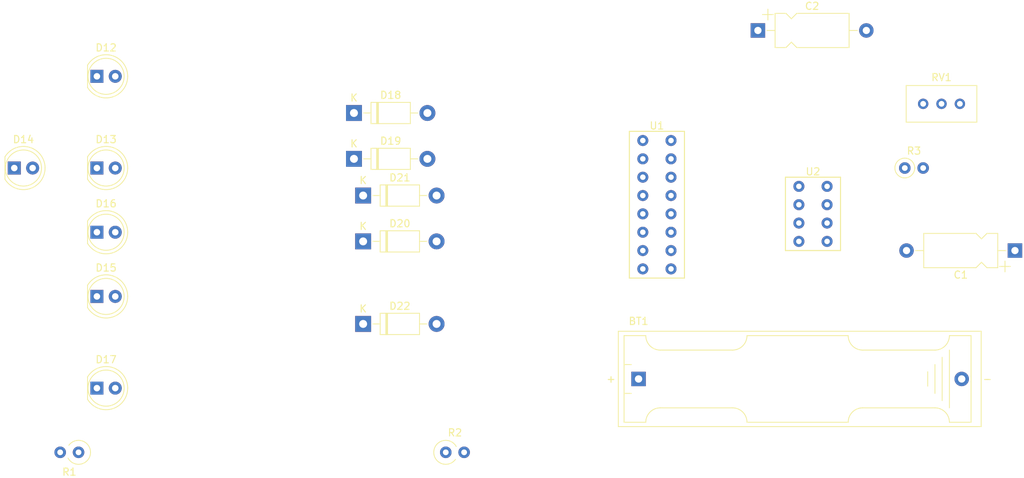
<source format=kicad_pcb>
(kicad_pcb (version 20171130) (host pcbnew "(5.0.0)")

  (general
    (thickness 1.6)
    (drawings 0)
    (tracks 0)
    (zones 0)
    (modules 20)
    (nets 22)
  )

  (page A4)
  (layers
    (0 F.Cu signal)
    (31 B.Cu signal)
    (32 B.Adhes user)
    (33 F.Adhes user)
    (34 B.Paste user)
    (35 F.Paste user)
    (36 B.SilkS user)
    (37 F.SilkS user)
    (38 B.Mask user)
    (39 F.Mask user)
    (40 Dwgs.User user)
    (41 Cmts.User user)
    (42 Eco1.User user)
    (43 Eco2.User user)
    (44 Edge.Cuts user)
    (45 Margin user)
    (46 B.CrtYd user)
    (47 F.CrtYd user)
    (48 B.Fab user)
    (49 F.Fab user)
  )

  (setup
    (last_trace_width 0.25)
    (trace_clearance 0.2)
    (zone_clearance 0.508)
    (zone_45_only no)
    (trace_min 0.2)
    (segment_width 0.2)
    (edge_width 0.15)
    (via_size 0.8)
    (via_drill 0.4)
    (via_min_size 0.4)
    (via_min_drill 0.3)
    (uvia_size 0.3)
    (uvia_drill 0.1)
    (uvias_allowed no)
    (uvia_min_size 0.2)
    (uvia_min_drill 0.1)
    (pcb_text_width 0.3)
    (pcb_text_size 1.5 1.5)
    (mod_edge_width 0.15)
    (mod_text_size 1 1)
    (mod_text_width 0.15)
    (pad_size 1.524 1.524)
    (pad_drill 0.762)
    (pad_to_mask_clearance 0.2)
    (aux_axis_origin 0 0)
    (visible_elements 7FFFFFFF)
    (pcbplotparams
      (layerselection 0x010fc_ffffffff)
      (usegerberextensions false)
      (usegerberattributes false)
      (usegerberadvancedattributes false)
      (creategerberjobfile false)
      (excludeedgelayer true)
      (linewidth 0.100000)
      (plotframeref false)
      (viasonmask false)
      (mode 1)
      (useauxorigin false)
      (hpglpennumber 1)
      (hpglpenspeed 20)
      (hpglpendiameter 15.000000)
      (psnegative false)
      (psa4output false)
      (plotreference true)
      (plotvalue true)
      (plotinvisibletext false)
      (padsonsilk false)
      (subtractmaskfromsilk false)
      (outputformat 1)
      (mirror false)
      (drillshape 1)
      (scaleselection 1)
      (outputdirectory ""))
  )

  (net 0 "")
  (net 1 "Net-(BT1-Pad1)")
  (net 2 "Net-(R2-Pad2)")
  (net 3 "Net-(D14-Pad2)")
  (net 4 "Net-(D12-Pad1)")
  (net 5 "Net-(R3-Pad1)")
  (net 6 "Net-(RV1-Pad2)")
  (net 7 "Net-(D17-Pad2)")
  (net 8 "Net-(D16-Pad2)")
  (net 9 "Net-(D15-Pad2)")
  (net 10 "Net-(D13-Pad2)")
  (net 11 "Net-(D12-Pad2)")
  (net 12 "Net-(D19-Pad2)")
  (net 13 "Net-(D18-Pad2)")
  (net 14 "Net-(D22-Pad2)")
  (net 15 "Net-(D20-Pad2)")
  (net 16 GNDA)
  (net 17 "Net-(D21-Pad2)")
  (net 18 "Net-(U1-Pad12)")
  (net 19 "Net-(U1-Pad14)")
  (net 20 "Net-(C1-Pad1)")
  (net 21 "Net-(C2-Pad1)")

  (net_class Default "This is the default net class."
    (clearance 0.2)
    (trace_width 0.25)
    (via_dia 0.8)
    (via_drill 0.4)
    (uvia_dia 0.3)
    (uvia_drill 0.1)
    (add_net GNDA)
    (add_net "Net-(BT1-Pad1)")
    (add_net "Net-(C1-Pad1)")
    (add_net "Net-(C2-Pad1)")
    (add_net "Net-(D12-Pad1)")
    (add_net "Net-(D12-Pad2)")
    (add_net "Net-(D13-Pad2)")
    (add_net "Net-(D14-Pad2)")
    (add_net "Net-(D15-Pad2)")
    (add_net "Net-(D16-Pad2)")
    (add_net "Net-(D17-Pad2)")
    (add_net "Net-(D18-Pad2)")
    (add_net "Net-(D19-Pad2)")
    (add_net "Net-(D20-Pad2)")
    (add_net "Net-(D21-Pad2)")
    (add_net "Net-(D22-Pad2)")
    (add_net "Net-(R2-Pad2)")
    (add_net "Net-(R3-Pad1)")
    (add_net "Net-(RV1-Pad2)")
    (add_net "Net-(U1-Pad12)")
    (add_net "Net-(U1-Pad14)")
  )

  (module Capacitor_THT:CP_Axial_L10.0mm_D4.5mm_P15.00mm_Horizontal (layer F.Cu) (tedit 5AE50EF2) (tstamp 5BF00E57)
    (at 134.62 73.66)
    (descr "CP, Axial series, Axial, Horizontal, pin pitch=15mm, , length*diameter=10*4.5mm^2, Electrolytic Capacitor, , http://www.vishay.com/docs/28325/021asm.pdf")
    (tags "CP Axial series Axial Horizontal pin pitch 15mm  length 10mm diameter 4.5mm Electrolytic Capacitor")
    (path /5BD90A27)
    (fp_text reference C2 (at 7.5 -3.37) (layer F.SilkS)
      (effects (font (size 1 1) (thickness 0.15)))
    )
    (fp_text value "4.7 uF" (at 7.5 3.37) (layer F.Fab)
      (effects (font (size 1 1) (thickness 0.15)))
    )
    (fp_text user %R (at 7.5 0) (layer F.Fab)
      (effects (font (size 1 1) (thickness 0.15)))
    )
    (fp_line (start 16.25 -2.5) (end -1.25 -2.5) (layer F.CrtYd) (width 0.05))
    (fp_line (start 16.25 2.5) (end 16.25 -2.5) (layer F.CrtYd) (width 0.05))
    (fp_line (start -1.25 2.5) (end 16.25 2.5) (layer F.CrtYd) (width 0.05))
    (fp_line (start -1.25 -2.5) (end -1.25 2.5) (layer F.CrtYd) (width 0.05))
    (fp_line (start 13.76 0) (end 12.62 0) (layer F.SilkS) (width 0.12))
    (fp_line (start 1.24 0) (end 2.38 0) (layer F.SilkS) (width 0.12))
    (fp_line (start 5.38 2.37) (end 12.62 2.37) (layer F.SilkS) (width 0.12))
    (fp_line (start 4.63 1.62) (end 5.38 2.37) (layer F.SilkS) (width 0.12))
    (fp_line (start 3.88 2.37) (end 4.63 1.62) (layer F.SilkS) (width 0.12))
    (fp_line (start 2.38 2.37) (end 3.88 2.37) (layer F.SilkS) (width 0.12))
    (fp_line (start 5.38 -2.37) (end 12.62 -2.37) (layer F.SilkS) (width 0.12))
    (fp_line (start 4.63 -1.62) (end 5.38 -2.37) (layer F.SilkS) (width 0.12))
    (fp_line (start 3.88 -2.37) (end 4.63 -1.62) (layer F.SilkS) (width 0.12))
    (fp_line (start 2.38 -2.37) (end 3.88 -2.37) (layer F.SilkS) (width 0.12))
    (fp_line (start 12.62 -2.37) (end 12.62 2.37) (layer F.SilkS) (width 0.12))
    (fp_line (start 2.38 -2.37) (end 2.38 2.37) (layer F.SilkS) (width 0.12))
    (fp_line (start 1.38 -2.95) (end 1.38 -1.45) (layer F.SilkS) (width 0.12))
    (fp_line (start 0.63 -2.2) (end 2.13 -2.2) (layer F.SilkS) (width 0.12))
    (fp_line (start 4.65 -0.75) (end 4.65 0.75) (layer F.Fab) (width 0.1))
    (fp_line (start 3.9 0) (end 5.4 0) (layer F.Fab) (width 0.1))
    (fp_line (start 15 0) (end 12.5 0) (layer F.Fab) (width 0.1))
    (fp_line (start 0 0) (end 2.5 0) (layer F.Fab) (width 0.1))
    (fp_line (start 5.38 2.25) (end 12.5 2.25) (layer F.Fab) (width 0.1))
    (fp_line (start 4.63 1.5) (end 5.38 2.25) (layer F.Fab) (width 0.1))
    (fp_line (start 3.88 2.25) (end 4.63 1.5) (layer F.Fab) (width 0.1))
    (fp_line (start 2.5 2.25) (end 3.88 2.25) (layer F.Fab) (width 0.1))
    (fp_line (start 5.38 -2.25) (end 12.5 -2.25) (layer F.Fab) (width 0.1))
    (fp_line (start 4.63 -1.5) (end 5.38 -2.25) (layer F.Fab) (width 0.1))
    (fp_line (start 3.88 -2.25) (end 4.63 -1.5) (layer F.Fab) (width 0.1))
    (fp_line (start 2.5 -2.25) (end 3.88 -2.25) (layer F.Fab) (width 0.1))
    (fp_line (start 12.5 -2.25) (end 12.5 2.25) (layer F.Fab) (width 0.1))
    (fp_line (start 2.5 -2.25) (end 2.5 2.25) (layer F.Fab) (width 0.1))
    (pad 2 thru_hole oval (at 15 0) (size 2 2) (drill 1) (layers *.Cu *.Mask)
      (net 16 GNDA))
    (pad 1 thru_hole rect (at 0 0) (size 2 2) (drill 1) (layers *.Cu *.Mask)
      (net 21 "Net-(C2-Pad1)"))
    (model ${KISYS3DMOD}/Capacitor_THT.3dshapes/CP_Axial_L10.0mm_D4.5mm_P15.00mm_Horizontal.wrl
      (at (xyz 0 0 0))
      (scale (xyz 1 1 1))
      (rotate (xyz 0 0 0))
    )
  )

  (module Capacitor_THT:CP_Axial_L10.0mm_D4.5mm_P15.00mm_Horizontal (layer F.Cu) (tedit 5AE50EF2) (tstamp 5BD857F0)
    (at 170.18 104.14 180)
    (descr "CP, Axial series, Axial, Horizontal, pin pitch=15mm, , length*diameter=10*4.5mm^2, Electrolytic Capacitor, , http://www.vishay.com/docs/28325/021asm.pdf")
    (tags "CP Axial series Axial Horizontal pin pitch 15mm  length 10mm diameter 4.5mm Electrolytic Capacitor")
    (path /5BD7ADD2)
    (fp_text reference C1 (at 7.5 -3.37 180) (layer F.SilkS)
      (effects (font (size 1 1) (thickness 0.15)))
    )
    (fp_text value "1 nF" (at 7.5 3.37 180) (layer F.Fab)
      (effects (font (size 1 1) (thickness 0.15)))
    )
    (fp_line (start 2.5 -2.25) (end 2.5 2.25) (layer F.Fab) (width 0.1))
    (fp_line (start 12.5 -2.25) (end 12.5 2.25) (layer F.Fab) (width 0.1))
    (fp_line (start 2.5 -2.25) (end 3.88 -2.25) (layer F.Fab) (width 0.1))
    (fp_line (start 3.88 -2.25) (end 4.63 -1.5) (layer F.Fab) (width 0.1))
    (fp_line (start 4.63 -1.5) (end 5.38 -2.25) (layer F.Fab) (width 0.1))
    (fp_line (start 5.38 -2.25) (end 12.5 -2.25) (layer F.Fab) (width 0.1))
    (fp_line (start 2.5 2.25) (end 3.88 2.25) (layer F.Fab) (width 0.1))
    (fp_line (start 3.88 2.25) (end 4.63 1.5) (layer F.Fab) (width 0.1))
    (fp_line (start 4.63 1.5) (end 5.38 2.25) (layer F.Fab) (width 0.1))
    (fp_line (start 5.38 2.25) (end 12.5 2.25) (layer F.Fab) (width 0.1))
    (fp_line (start 0 0) (end 2.5 0) (layer F.Fab) (width 0.1))
    (fp_line (start 15 0) (end 12.5 0) (layer F.Fab) (width 0.1))
    (fp_line (start 3.9 0) (end 5.4 0) (layer F.Fab) (width 0.1))
    (fp_line (start 4.65 -0.75) (end 4.65 0.75) (layer F.Fab) (width 0.1))
    (fp_line (start 0.63 -2.2) (end 2.13 -2.2) (layer F.SilkS) (width 0.12))
    (fp_line (start 1.38 -2.95) (end 1.38 -1.45) (layer F.SilkS) (width 0.12))
    (fp_line (start 2.38 -2.37) (end 2.38 2.37) (layer F.SilkS) (width 0.12))
    (fp_line (start 12.62 -2.37) (end 12.62 2.37) (layer F.SilkS) (width 0.12))
    (fp_line (start 2.38 -2.37) (end 3.88 -2.37) (layer F.SilkS) (width 0.12))
    (fp_line (start 3.88 -2.37) (end 4.63 -1.62) (layer F.SilkS) (width 0.12))
    (fp_line (start 4.63 -1.62) (end 5.38 -2.37) (layer F.SilkS) (width 0.12))
    (fp_line (start 5.38 -2.37) (end 12.62 -2.37) (layer F.SilkS) (width 0.12))
    (fp_line (start 2.38 2.37) (end 3.88 2.37) (layer F.SilkS) (width 0.12))
    (fp_line (start 3.88 2.37) (end 4.63 1.62) (layer F.SilkS) (width 0.12))
    (fp_line (start 4.63 1.62) (end 5.38 2.37) (layer F.SilkS) (width 0.12))
    (fp_line (start 5.38 2.37) (end 12.62 2.37) (layer F.SilkS) (width 0.12))
    (fp_line (start 1.24 0) (end 2.38 0) (layer F.SilkS) (width 0.12))
    (fp_line (start 13.76 0) (end 12.62 0) (layer F.SilkS) (width 0.12))
    (fp_line (start -1.25 -2.5) (end -1.25 2.5) (layer F.CrtYd) (width 0.05))
    (fp_line (start -1.25 2.5) (end 16.25 2.5) (layer F.CrtYd) (width 0.05))
    (fp_line (start 16.25 2.5) (end 16.25 -2.5) (layer F.CrtYd) (width 0.05))
    (fp_line (start 16.25 -2.5) (end -1.25 -2.5) (layer F.CrtYd) (width 0.05))
    (fp_text user %R (at 7.5 0 180) (layer F.Fab)
      (effects (font (size 1 1) (thickness 0.15)))
    )
    (pad 1 thru_hole rect (at 0 0 180) (size 2 2) (drill 1) (layers *.Cu *.Mask)
      (net 20 "Net-(C1-Pad1)"))
    (pad 2 thru_hole oval (at 15 0 180) (size 2 2) (drill 1) (layers *.Cu *.Mask)
      (net 16 GNDA))
    (model ${KISYS3DMOD}/Capacitor_THT.3dshapes/CP_Axial_L10.0mm_D4.5mm_P15.00mm_Horizontal.wrl
      (at (xyz 0 0 0))
      (scale (xyz 1 1 1))
      (rotate (xyz 0 0 0))
    )
  )

  (module "555 Timer:TLC555" (layer F.Cu) (tedit 5BD7A7DB) (tstamp 5BEFFE19)
    (at 142.24 92.71)
    (path /5BD4D485)
    (fp_text reference U2 (at 0 0.5) (layer F.SilkS)
      (effects (font (size 1 1) (thickness 0.15)))
    )
    (fp_text value TLC555 (at 0 -0.5) (layer F.Fab)
      (effects (font (size 1 1) (thickness 0.15)))
    )
    (fp_line (start 3.81 1.27) (end -3.81 1.27) (layer F.SilkS) (width 0.15))
    (fp_line (start 3.81 11.43) (end 3.81 1.27) (layer F.SilkS) (width 0.15))
    (fp_line (start -3.81 11.43) (end 3.81 11.43) (layer F.SilkS) (width 0.15))
    (fp_line (start -3.81 1.27) (end -3.81 11.43) (layer F.SilkS) (width 0.15))
    (pad 1 thru_hole circle (at -1.95 2.54) (size 1.524 1.524) (drill 0.762) (layers *.Cu *.Mask)
      (net 16 GNDA))
    (pad 2 thru_hole circle (at -1.95 5.08) (size 1.524 1.524) (drill 0.762) (layers *.Cu *.Mask)
      (net 21 "Net-(C2-Pad1)"))
    (pad 3 thru_hole circle (at -1.95 7.62) (size 1.524 1.524) (drill 0.762) (layers *.Cu *.Mask)
      (net 19 "Net-(U1-Pad14)"))
    (pad 4 thru_hole circle (at -1.95 10.16) (size 1.524 1.524) (drill 0.762) (layers *.Cu *.Mask)
      (net 2 "Net-(R2-Pad2)"))
    (pad 5 thru_hole circle (at 1.95 2.54) (size 1.524 1.524) (drill 0.762) (layers *.Cu *.Mask)
      (net 20 "Net-(C1-Pad1)"))
    (pad 6 thru_hole circle (at 1.95 5.08) (size 1.524 1.524) (drill 0.762) (layers *.Cu *.Mask)
      (net 6 "Net-(RV1-Pad2)"))
    (pad 7 thru_hole circle (at 1.95 7.62) (size 1.524 1.524) (drill 0.762) (layers *.Cu *.Mask)
      (net 2 "Net-(R2-Pad2)"))
    (pad 8 thru_hole circle (at 1.95 10.16) (size 1.524 1.524) (drill 0.762) (layers *.Cu *.Mask)
      (net 2 "Net-(R2-Pad2)"))
  )

  (module Battery:BatteryHolder_Keystone_2466_1xAAA (layer F.Cu) (tedit 5B254C39) (tstamp 5BEFFE09)
    (at 118.11 121.92)
    (descr "1xAAA Battery Holder, Keystone, Plastic Case, http://www.keyelco.com/product-pdf.cfm?p=1031")
    (tags "AAA battery holder Keystone")
    (path /5BDA8F57)
    (fp_text reference BT1 (at 0 -8 180) (layer F.SilkS)
      (effects (font (size 1 1) (thickness 0.15)))
    )
    (fp_text value Battery_Cell (at 22 0) (layer F.Fab)
      (effects (font (size 1 1) (thickness 0.15)))
    )
    (fp_text user - (at 48.26 0) (layer F.SilkS)
      (effects (font (size 1 1) (thickness 0.15)))
    )
    (fp_text user + (at -3.81 0) (layer F.SilkS)
      (effects (font (size 1 1) (thickness 0.15)))
    )
    (fp_text user %R (at 0 0) (layer F.Fab)
      (effects (font (size 1 1) (thickness 0.15)))
    )
    (fp_line (start 47.8 7) (end 47.8 -7) (layer F.CrtYd) (width 0.05))
    (fp_line (start -3.2 7) (end 47.8 7) (layer F.CrtYd) (width 0.05))
    (fp_line (start -3.2 -7) (end -3.2 7) (layer F.CrtYd) (width 0.05))
    (fp_line (start 47.8 -7) (end -3.2 -7) (layer F.CrtYd) (width 0.05))
    (fp_line (start 47.4 6.6) (end 47.4 -6.6) (layer F.SilkS) (width 0.12))
    (fp_line (start -2.8 6.6) (end 47.4 6.6) (layer F.SilkS) (width 0.12))
    (fp_line (start -2.8 -6.6) (end -2.8 6.6) (layer F.SilkS) (width 0.12))
    (fp_line (start 47.4 -6.6) (end -2.8 -6.6) (layer F.SilkS) (width 0.12))
    (fp_line (start 40 -1) (end 40 1) (layer F.SilkS) (width 0.12))
    (fp_line (start 41 -2) (end 41 2) (layer F.SilkS) (width 0.12))
    (fp_line (start 42 3) (end 42 -3) (layer F.SilkS) (width 0.12))
    (fp_line (start 43 -4) (end 43 4) (layer F.SilkS) (width 0.12))
    (fp_line (start -2 -2) (end -1 -2) (layer F.SilkS) (width 0.12))
    (fp_line (start -1 2) (end -2 2) (layer F.SilkS) (width 0.12))
    (fp_line (start 15 6) (end 29 6) (layer F.SilkS) (width 0.12))
    (fp_line (start 29 -6) (end 15 -6) (layer F.SilkS) (width 0.12))
    (fp_arc (start 31 -6) (end 31 -4) (angle 90) (layer F.SilkS) (width 0.12))
    (fp_arc (start 13 -6) (end 15 -6) (angle 90) (layer F.SilkS) (width 0.12))
    (fp_arc (start 13 6) (end 13 4) (angle 90) (layer F.SilkS) (width 0.12))
    (fp_arc (start 31 6) (end 29 6) (angle 90) (layer F.SilkS) (width 0.12))
    (fp_line (start 3 4) (end 13 4) (layer F.SilkS) (width 0.12))
    (fp_line (start 3 -4) (end 13 -4) (layer F.SilkS) (width 0.12))
    (fp_arc (start 3 6) (end 1 6) (angle 90) (layer F.SilkS) (width 0.12))
    (fp_line (start 41 -4) (end 31 -4) (layer F.SilkS) (width 0.12))
    (fp_line (start 41 4) (end 31 4) (layer F.SilkS) (width 0.12))
    (fp_arc (start 41 6) (end 41 4) (angle 90) (layer F.SilkS) (width 0.12))
    (fp_arc (start 41 -6) (end 43 -6) (angle 90) (layer F.SilkS) (width 0.12))
    (fp_arc (start 3 -6) (end 3 -4) (angle 90) (layer F.SilkS) (width 0.12))
    (fp_line (start -2 -6) (end 1 -6) (layer F.SilkS) (width 0.12))
    (fp_line (start -2 -6) (end -2 6) (layer F.SilkS) (width 0.12))
    (fp_line (start -2 6) (end 1 6) (layer F.SilkS) (width 0.12))
    (fp_line (start 46 -6) (end 43 -6) (layer F.SilkS) (width 0.12))
    (fp_line (start 46 -6) (end 46 6) (layer F.SilkS) (width 0.12))
    (fp_line (start 46 6) (end 43 6) (layer F.SilkS) (width 0.12))
    (fp_line (start -2.7 0) (end -2.7 -6.5) (layer F.Fab) (width 0.1))
    (fp_line (start -2.7 -6.5) (end 47.3 -6.5) (layer F.Fab) (width 0.1))
    (fp_line (start 47.3 -6.5) (end 47.3 6.5) (layer F.Fab) (width 0.1))
    (fp_line (start 47.3 6.5) (end -2.7 6.5) (layer F.Fab) (width 0.1))
    (fp_line (start -2.7 6.5) (end -2.7 0) (layer F.Fab) (width 0.1))
    (pad 1 thru_hole rect (at 0 0) (size 2 2) (drill 1.02) (layers *.Cu *.Mask)
      (net 1 "Net-(BT1-Pad1)"))
    (pad 2 thru_hole circle (at 44.7 0) (size 2 2) (drill 1.02) (layers *.Cu *.Mask)
      (net 16 GNDA))
    (model ${KISYS3DMOD}/Battery.3dshapes/BatteryHolder_Keystone_2466_1xAAA.wrl
      (at (xyz 0 0 0))
      (scale (xyz 1 1 1))
      (rotate (xyz 0 0 0))
    )
  )

  (module Diode_THT:D_DO-41_SOD81_P10.16mm_Horizontal (layer F.Cu) (tedit 5AE50CD5) (tstamp 5BD86357)
    (at 80.01 114.3)
    (descr "Diode, DO-41_SOD81 series, Axial, Horizontal, pin pitch=10.16mm, , length*diameter=5.2*2.7mm^2, , http://www.diodes.com/_files/packages/DO-41%20(Plastic).pdf")
    (tags "Diode DO-41_SOD81 series Axial Horizontal pin pitch 10.16mm  length 5.2mm diameter 2.7mm")
    (path /5BD5A4A2)
    (fp_text reference D22 (at 5.08 -2.47) (layer F.SilkS)
      (effects (font (size 1 1) (thickness 0.15)))
    )
    (fp_text value 1N4007 (at 5.08 2.47) (layer F.Fab)
      (effects (font (size 1 1) (thickness 0.15)))
    )
    (fp_text user K (at 0 -2.1) (layer F.SilkS)
      (effects (font (size 1 1) (thickness 0.15)))
    )
    (fp_text user K (at 0 -2.1) (layer F.Fab)
      (effects (font (size 1 1) (thickness 0.15)))
    )
    (fp_text user %R (at 5.47 0) (layer F.Fab)
      (effects (font (size 1 1) (thickness 0.15)))
    )
    (fp_line (start 11.51 -1.6) (end -1.35 -1.6) (layer F.CrtYd) (width 0.05))
    (fp_line (start 11.51 1.6) (end 11.51 -1.6) (layer F.CrtYd) (width 0.05))
    (fp_line (start -1.35 1.6) (end 11.51 1.6) (layer F.CrtYd) (width 0.05))
    (fp_line (start -1.35 -1.6) (end -1.35 1.6) (layer F.CrtYd) (width 0.05))
    (fp_line (start 3.14 -1.47) (end 3.14 1.47) (layer F.SilkS) (width 0.12))
    (fp_line (start 3.38 -1.47) (end 3.38 1.47) (layer F.SilkS) (width 0.12))
    (fp_line (start 3.26 -1.47) (end 3.26 1.47) (layer F.SilkS) (width 0.12))
    (fp_line (start 8.82 0) (end 7.8 0) (layer F.SilkS) (width 0.12))
    (fp_line (start 1.34 0) (end 2.36 0) (layer F.SilkS) (width 0.12))
    (fp_line (start 7.8 -1.47) (end 2.36 -1.47) (layer F.SilkS) (width 0.12))
    (fp_line (start 7.8 1.47) (end 7.8 -1.47) (layer F.SilkS) (width 0.12))
    (fp_line (start 2.36 1.47) (end 7.8 1.47) (layer F.SilkS) (width 0.12))
    (fp_line (start 2.36 -1.47) (end 2.36 1.47) (layer F.SilkS) (width 0.12))
    (fp_line (start 3.16 -1.35) (end 3.16 1.35) (layer F.Fab) (width 0.1))
    (fp_line (start 3.36 -1.35) (end 3.36 1.35) (layer F.Fab) (width 0.1))
    (fp_line (start 3.26 -1.35) (end 3.26 1.35) (layer F.Fab) (width 0.1))
    (fp_line (start 10.16 0) (end 7.68 0) (layer F.Fab) (width 0.1))
    (fp_line (start 0 0) (end 2.48 0) (layer F.Fab) (width 0.1))
    (fp_line (start 7.68 -1.35) (end 2.48 -1.35) (layer F.Fab) (width 0.1))
    (fp_line (start 7.68 1.35) (end 7.68 -1.35) (layer F.Fab) (width 0.1))
    (fp_line (start 2.48 1.35) (end 7.68 1.35) (layer F.Fab) (width 0.1))
    (fp_line (start 2.48 -1.35) (end 2.48 1.35) (layer F.Fab) (width 0.1))
    (pad 2 thru_hole oval (at 10.16 0) (size 2.2 2.2) (drill 1.1) (layers *.Cu *.Mask)
      (net 14 "Net-(D22-Pad2)"))
    (pad 1 thru_hole rect (at 0 0) (size 2.2 2.2) (drill 1.1) (layers *.Cu *.Mask)
      (net 3 "Net-(D14-Pad2)"))
    (model ${KISYS3DMOD}/Diode_THT.3dshapes/D_DO-41_SOD81_P10.16mm_Horizontal.wrl
      (at (xyz 0 0 0))
      (scale (xyz 1 1 1))
      (rotate (xyz 0 0 0))
    )
  )

  (module Diode_THT:D_DO-41_SOD81_P10.16mm_Horizontal (layer F.Cu) (tedit 5AE50CD5) (tstamp 5BEFFD6C)
    (at 80.01 96.52)
    (descr "Diode, DO-41_SOD81 series, Axial, Horizontal, pin pitch=10.16mm, , length*diameter=5.2*2.7mm^2, , http://www.diodes.com/_files/packages/DO-41%20(Plastic).pdf")
    (tags "Diode DO-41_SOD81 series Axial Horizontal pin pitch 10.16mm  length 5.2mm diameter 2.7mm")
    (path /5BD60525)
    (fp_text reference D21 (at 5.08 -2.47) (layer F.SilkS)
      (effects (font (size 1 1) (thickness 0.15)))
    )
    (fp_text value 1N4007 (at 5.08 2.47) (layer F.Fab)
      (effects (font (size 1 1) (thickness 0.15)))
    )
    (fp_text user K (at 0 -2.1) (layer F.SilkS)
      (effects (font (size 1 1) (thickness 0.15)))
    )
    (fp_text user K (at 0 -2.1) (layer F.Fab)
      (effects (font (size 1 1) (thickness 0.15)))
    )
    (fp_text user %R (at 5.47 0) (layer F.Fab)
      (effects (font (size 1 1) (thickness 0.15)))
    )
    (fp_line (start 11.51 -1.6) (end -1.35 -1.6) (layer F.CrtYd) (width 0.05))
    (fp_line (start 11.51 1.6) (end 11.51 -1.6) (layer F.CrtYd) (width 0.05))
    (fp_line (start -1.35 1.6) (end 11.51 1.6) (layer F.CrtYd) (width 0.05))
    (fp_line (start -1.35 -1.6) (end -1.35 1.6) (layer F.CrtYd) (width 0.05))
    (fp_line (start 3.14 -1.47) (end 3.14 1.47) (layer F.SilkS) (width 0.12))
    (fp_line (start 3.38 -1.47) (end 3.38 1.47) (layer F.SilkS) (width 0.12))
    (fp_line (start 3.26 -1.47) (end 3.26 1.47) (layer F.SilkS) (width 0.12))
    (fp_line (start 8.82 0) (end 7.8 0) (layer F.SilkS) (width 0.12))
    (fp_line (start 1.34 0) (end 2.36 0) (layer F.SilkS) (width 0.12))
    (fp_line (start 7.8 -1.47) (end 2.36 -1.47) (layer F.SilkS) (width 0.12))
    (fp_line (start 7.8 1.47) (end 7.8 -1.47) (layer F.SilkS) (width 0.12))
    (fp_line (start 2.36 1.47) (end 7.8 1.47) (layer F.SilkS) (width 0.12))
    (fp_line (start 2.36 -1.47) (end 2.36 1.47) (layer F.SilkS) (width 0.12))
    (fp_line (start 3.16 -1.35) (end 3.16 1.35) (layer F.Fab) (width 0.1))
    (fp_line (start 3.36 -1.35) (end 3.36 1.35) (layer F.Fab) (width 0.1))
    (fp_line (start 3.26 -1.35) (end 3.26 1.35) (layer F.Fab) (width 0.1))
    (fp_line (start 10.16 0) (end 7.68 0) (layer F.Fab) (width 0.1))
    (fp_line (start 0 0) (end 2.48 0) (layer F.Fab) (width 0.1))
    (fp_line (start 7.68 -1.35) (end 2.48 -1.35) (layer F.Fab) (width 0.1))
    (fp_line (start 7.68 1.35) (end 7.68 -1.35) (layer F.Fab) (width 0.1))
    (fp_line (start 2.48 1.35) (end 7.68 1.35) (layer F.Fab) (width 0.1))
    (fp_line (start 2.48 -1.35) (end 2.48 1.35) (layer F.Fab) (width 0.1))
    (pad 2 thru_hole oval (at 10.16 0) (size 2.2 2.2) (drill 1.1) (layers *.Cu *.Mask)
      (net 17 "Net-(D21-Pad2)"))
    (pad 1 thru_hole rect (at 0 0) (size 2.2 2.2) (drill 1.1) (layers *.Cu *.Mask)
      (net 8 "Net-(D16-Pad2)"))
    (model ${KISYS3DMOD}/Diode_THT.3dshapes/D_DO-41_SOD81_P10.16mm_Horizontal.wrl
      (at (xyz 0 0 0))
      (scale (xyz 1 1 1))
      (rotate (xyz 0 0 0))
    )
  )

  (module Diode_THT:D_DO-41_SOD81_P10.16mm_Horizontal (layer F.Cu) (tedit 5AE50CD5) (tstamp 5BD87771)
    (at 80.01 102.87)
    (descr "Diode, DO-41_SOD81 series, Axial, Horizontal, pin pitch=10.16mm, , length*diameter=5.2*2.7mm^2, , http://www.diodes.com/_files/packages/DO-41%20(Plastic).pdf")
    (tags "Diode DO-41_SOD81 series Axial Horizontal pin pitch 10.16mm  length 5.2mm diameter 2.7mm")
    (path /5BD5DFF5)
    (fp_text reference D20 (at 5.08 -2.47) (layer F.SilkS)
      (effects (font (size 1 1) (thickness 0.15)))
    )
    (fp_text value 1N4007 (at 5.08 2.47) (layer F.Fab)
      (effects (font (size 1 1) (thickness 0.15)))
    )
    (fp_line (start 2.48 -1.35) (end 2.48 1.35) (layer F.Fab) (width 0.1))
    (fp_line (start 2.48 1.35) (end 7.68 1.35) (layer F.Fab) (width 0.1))
    (fp_line (start 7.68 1.35) (end 7.68 -1.35) (layer F.Fab) (width 0.1))
    (fp_line (start 7.68 -1.35) (end 2.48 -1.35) (layer F.Fab) (width 0.1))
    (fp_line (start 0 0) (end 2.48 0) (layer F.Fab) (width 0.1))
    (fp_line (start 10.16 0) (end 7.68 0) (layer F.Fab) (width 0.1))
    (fp_line (start 3.26 -1.35) (end 3.26 1.35) (layer F.Fab) (width 0.1))
    (fp_line (start 3.36 -1.35) (end 3.36 1.35) (layer F.Fab) (width 0.1))
    (fp_line (start 3.16 -1.35) (end 3.16 1.35) (layer F.Fab) (width 0.1))
    (fp_line (start 2.36 -1.47) (end 2.36 1.47) (layer F.SilkS) (width 0.12))
    (fp_line (start 2.36 1.47) (end 7.8 1.47) (layer F.SilkS) (width 0.12))
    (fp_line (start 7.8 1.47) (end 7.8 -1.47) (layer F.SilkS) (width 0.12))
    (fp_line (start 7.8 -1.47) (end 2.36 -1.47) (layer F.SilkS) (width 0.12))
    (fp_line (start 1.34 0) (end 2.36 0) (layer F.SilkS) (width 0.12))
    (fp_line (start 8.82 0) (end 7.8 0) (layer F.SilkS) (width 0.12))
    (fp_line (start 3.26 -1.47) (end 3.26 1.47) (layer F.SilkS) (width 0.12))
    (fp_line (start 3.38 -1.47) (end 3.38 1.47) (layer F.SilkS) (width 0.12))
    (fp_line (start 3.14 -1.47) (end 3.14 1.47) (layer F.SilkS) (width 0.12))
    (fp_line (start -1.35 -1.6) (end -1.35 1.6) (layer F.CrtYd) (width 0.05))
    (fp_line (start -1.35 1.6) (end 11.51 1.6) (layer F.CrtYd) (width 0.05))
    (fp_line (start 11.51 1.6) (end 11.51 -1.6) (layer F.CrtYd) (width 0.05))
    (fp_line (start 11.51 -1.6) (end -1.35 -1.6) (layer F.CrtYd) (width 0.05))
    (fp_text user %R (at 5.47 0) (layer F.Fab)
      (effects (font (size 1 1) (thickness 0.15)))
    )
    (fp_text user K (at 0 -2.1) (layer F.Fab)
      (effects (font (size 1 1) (thickness 0.15)))
    )
    (fp_text user K (at 0 -2.1) (layer F.SilkS)
      (effects (font (size 1 1) (thickness 0.15)))
    )
    (pad 1 thru_hole rect (at 0 0) (size 2.2 2.2) (drill 1.1) (layers *.Cu *.Mask)
      (net 9 "Net-(D15-Pad2)"))
    (pad 2 thru_hole oval (at 10.16 0) (size 2.2 2.2) (drill 1.1) (layers *.Cu *.Mask)
      (net 15 "Net-(D20-Pad2)"))
    (model ${KISYS3DMOD}/Diode_THT.3dshapes/D_DO-41_SOD81_P10.16mm_Horizontal.wrl
      (at (xyz 0 0 0))
      (scale (xyz 1 1 1))
      (rotate (xyz 0 0 0))
    )
  )

  (module Diode_THT:D_DO-41_SOD81_P10.16mm_Horizontal (layer F.Cu) (tedit 5AE50CD5) (tstamp 5BD876DA)
    (at 78.74 91.44)
    (descr "Diode, DO-41_SOD81 series, Axial, Horizontal, pin pitch=10.16mm, , length*diameter=5.2*2.7mm^2, , http://www.diodes.com/_files/packages/DO-41%20(Plastic).pdf")
    (tags "Diode DO-41_SOD81 series Axial Horizontal pin pitch 10.16mm  length 5.2mm diameter 2.7mm")
    (path /5BD58475)
    (fp_text reference D19 (at 5.08 -2.47) (layer F.SilkS)
      (effects (font (size 1 1) (thickness 0.15)))
    )
    (fp_text value 1N4007 (at 5.08 2.47) (layer F.Fab)
      (effects (font (size 1 1) (thickness 0.15)))
    )
    (fp_text user K (at 0 -2.1) (layer F.SilkS)
      (effects (font (size 1 1) (thickness 0.15)))
    )
    (fp_text user K (at 0 -2.1) (layer F.Fab)
      (effects (font (size 1 1) (thickness 0.15)))
    )
    (fp_text user %R (at 5.47 0) (layer F.Fab)
      (effects (font (size 1 1) (thickness 0.15)))
    )
    (fp_line (start 11.51 -1.6) (end -1.35 -1.6) (layer F.CrtYd) (width 0.05))
    (fp_line (start 11.51 1.6) (end 11.51 -1.6) (layer F.CrtYd) (width 0.05))
    (fp_line (start -1.35 1.6) (end 11.51 1.6) (layer F.CrtYd) (width 0.05))
    (fp_line (start -1.35 -1.6) (end -1.35 1.6) (layer F.CrtYd) (width 0.05))
    (fp_line (start 3.14 -1.47) (end 3.14 1.47) (layer F.SilkS) (width 0.12))
    (fp_line (start 3.38 -1.47) (end 3.38 1.47) (layer F.SilkS) (width 0.12))
    (fp_line (start 3.26 -1.47) (end 3.26 1.47) (layer F.SilkS) (width 0.12))
    (fp_line (start 8.82 0) (end 7.8 0) (layer F.SilkS) (width 0.12))
    (fp_line (start 1.34 0) (end 2.36 0) (layer F.SilkS) (width 0.12))
    (fp_line (start 7.8 -1.47) (end 2.36 -1.47) (layer F.SilkS) (width 0.12))
    (fp_line (start 7.8 1.47) (end 7.8 -1.47) (layer F.SilkS) (width 0.12))
    (fp_line (start 2.36 1.47) (end 7.8 1.47) (layer F.SilkS) (width 0.12))
    (fp_line (start 2.36 -1.47) (end 2.36 1.47) (layer F.SilkS) (width 0.12))
    (fp_line (start 3.16 -1.35) (end 3.16 1.35) (layer F.Fab) (width 0.1))
    (fp_line (start 3.36 -1.35) (end 3.36 1.35) (layer F.Fab) (width 0.1))
    (fp_line (start 3.26 -1.35) (end 3.26 1.35) (layer F.Fab) (width 0.1))
    (fp_line (start 10.16 0) (end 7.68 0) (layer F.Fab) (width 0.1))
    (fp_line (start 0 0) (end 2.48 0) (layer F.Fab) (width 0.1))
    (fp_line (start 7.68 -1.35) (end 2.48 -1.35) (layer F.Fab) (width 0.1))
    (fp_line (start 7.68 1.35) (end 7.68 -1.35) (layer F.Fab) (width 0.1))
    (fp_line (start 2.48 1.35) (end 7.68 1.35) (layer F.Fab) (width 0.1))
    (fp_line (start 2.48 -1.35) (end 2.48 1.35) (layer F.Fab) (width 0.1))
    (pad 2 thru_hole oval (at 10.16 0) (size 2.2 2.2) (drill 1.1) (layers *.Cu *.Mask)
      (net 12 "Net-(D19-Pad2)"))
    (pad 1 thru_hole rect (at 0 0) (size 2.2 2.2) (drill 1.1) (layers *.Cu *.Mask)
      (net 10 "Net-(D13-Pad2)"))
    (model ${KISYS3DMOD}/Diode_THT.3dshapes/D_DO-41_SOD81_P10.16mm_Horizontal.wrl
      (at (xyz 0 0 0))
      (scale (xyz 1 1 1))
      (rotate (xyz 0 0 0))
    )
  )

  (module Diode_THT:D_DO-41_SOD81_P10.16mm_Horizontal (layer F.Cu) (tedit 5AE50CD5) (tstamp 5BD87643)
    (at 78.74 85.09)
    (descr "Diode, DO-41_SOD81 series, Axial, Horizontal, pin pitch=10.16mm, , length*diameter=5.2*2.7mm^2, , http://www.diodes.com/_files/packages/DO-41%20(Plastic).pdf")
    (tags "Diode DO-41_SOD81 series Axial Horizontal pin pitch 10.16mm  length 5.2mm diameter 2.7mm")
    (path /5BD4AC38)
    (fp_text reference D18 (at 5.08 -2.47) (layer F.SilkS)
      (effects (font (size 1 1) (thickness 0.15)))
    )
    (fp_text value 1N4007 (at 5.08 2.47) (layer F.Fab)
      (effects (font (size 1 1) (thickness 0.15)))
    )
    (fp_text user K (at 0 -2.1) (layer F.SilkS)
      (effects (font (size 1 1) (thickness 0.15)))
    )
    (fp_text user K (at 0 -2.1) (layer F.Fab)
      (effects (font (size 1 1) (thickness 0.15)))
    )
    (fp_text user %R (at 5.47 0) (layer F.Fab)
      (effects (font (size 1 1) (thickness 0.15)))
    )
    (fp_line (start 11.51 -1.6) (end -1.35 -1.6) (layer F.CrtYd) (width 0.05))
    (fp_line (start 11.51 1.6) (end 11.51 -1.6) (layer F.CrtYd) (width 0.05))
    (fp_line (start -1.35 1.6) (end 11.51 1.6) (layer F.CrtYd) (width 0.05))
    (fp_line (start -1.35 -1.6) (end -1.35 1.6) (layer F.CrtYd) (width 0.05))
    (fp_line (start 3.14 -1.47) (end 3.14 1.47) (layer F.SilkS) (width 0.12))
    (fp_line (start 3.38 -1.47) (end 3.38 1.47) (layer F.SilkS) (width 0.12))
    (fp_line (start 3.26 -1.47) (end 3.26 1.47) (layer F.SilkS) (width 0.12))
    (fp_line (start 8.82 0) (end 7.8 0) (layer F.SilkS) (width 0.12))
    (fp_line (start 1.34 0) (end 2.36 0) (layer F.SilkS) (width 0.12))
    (fp_line (start 7.8 -1.47) (end 2.36 -1.47) (layer F.SilkS) (width 0.12))
    (fp_line (start 7.8 1.47) (end 7.8 -1.47) (layer F.SilkS) (width 0.12))
    (fp_line (start 2.36 1.47) (end 7.8 1.47) (layer F.SilkS) (width 0.12))
    (fp_line (start 2.36 -1.47) (end 2.36 1.47) (layer F.SilkS) (width 0.12))
    (fp_line (start 3.16 -1.35) (end 3.16 1.35) (layer F.Fab) (width 0.1))
    (fp_line (start 3.36 -1.35) (end 3.36 1.35) (layer F.Fab) (width 0.1))
    (fp_line (start 3.26 -1.35) (end 3.26 1.35) (layer F.Fab) (width 0.1))
    (fp_line (start 10.16 0) (end 7.68 0) (layer F.Fab) (width 0.1))
    (fp_line (start 0 0) (end 2.48 0) (layer F.Fab) (width 0.1))
    (fp_line (start 7.68 -1.35) (end 2.48 -1.35) (layer F.Fab) (width 0.1))
    (fp_line (start 7.68 1.35) (end 7.68 -1.35) (layer F.Fab) (width 0.1))
    (fp_line (start 2.48 1.35) (end 7.68 1.35) (layer F.Fab) (width 0.1))
    (fp_line (start 2.48 -1.35) (end 2.48 1.35) (layer F.Fab) (width 0.1))
    (pad 2 thru_hole oval (at 10.16 0) (size 2.2 2.2) (drill 1.1) (layers *.Cu *.Mask)
      (net 13 "Net-(D18-Pad2)"))
    (pad 1 thru_hole rect (at 0 0) (size 2.2 2.2) (drill 1.1) (layers *.Cu *.Mask)
      (net 11 "Net-(D12-Pad2)"))
    (model ${KISYS3DMOD}/Diode_THT.3dshapes/D_DO-41_SOD81_P10.16mm_Horizontal.wrl
      (at (xyz 0 0 0))
      (scale (xyz 1 1 1))
      (rotate (xyz 0 0 0))
    )
  )

  (module "Johnson Counter 4017:DecadeCounter" (layer F.Cu) (tedit 5BD731F8) (tstamp 5BD85AE4)
    (at 120.65 86.36)
    (path /5BD4A8EE)
    (fp_text reference U1 (at 0 0.5) (layer F.SilkS)
      (effects (font (size 1 1) (thickness 0.15)))
    )
    (fp_text value 4017 (at 0 -0.5) (layer F.Fab)
      (effects (font (size 1 1) (thickness 0.15)))
    )
    (fp_line (start -3.81 1.27) (end -3.81 21.59) (layer F.SilkS) (width 0.15))
    (fp_line (start -3.81 21.59) (end 3.81 21.59) (layer F.SilkS) (width 0.15))
    (fp_line (start 3.81 21.59) (end 3.81 1.27) (layer F.SilkS) (width 0.15))
    (fp_line (start 3.81 1.27) (end -3.81 1.27) (layer F.SilkS) (width 0.15))
    (pad 1 thru_hole circle (at -1.95 2.54) (size 1.524 1.524) (drill 0.762) (layers *.Cu *.Mask)
      (net 7 "Net-(D17-Pad2)"))
    (pad 2 thru_hole circle (at 1.95 2.54) (size 1.524 1.524) (drill 0.762) (layers *.Cu *.Mask)
      (net 12 "Net-(D19-Pad2)"))
    (pad 3 thru_hole circle (at -1.95 5.08) (size 1.524 1.524) (drill 0.762) (layers *.Cu *.Mask)
      (net 13 "Net-(D18-Pad2)"))
    (pad 4 thru_hole circle (at 1.95 5.08) (size 1.524 1.524) (drill 0.762) (layers *.Cu *.Mask)
      (net 14 "Net-(D22-Pad2)"))
    (pad 5 thru_hole circle (at -1.95 7.62) (size 1.524 1.524) (drill 0.762) (layers *.Cu *.Mask)
      (net 8 "Net-(D16-Pad2)"))
    (pad 6 thru_hole circle (at 1.95 7.62) (size 1.524 1.524) (drill 0.762) (layers *.Cu *.Mask)
      (net 9 "Net-(D15-Pad2)"))
    (pad 7 thru_hole circle (at -1.95 10.16) (size 1.524 1.524) (drill 0.762) (layers *.Cu *.Mask)
      (net 15 "Net-(D20-Pad2)"))
    (pad 8 thru_hole circle (at 1.95 10.16) (size 1.524 1.524) (drill 0.762) (layers *.Cu *.Mask)
      (net 16 GNDA))
    (pad 9 thru_hole circle (at -1.95 12.7) (size 1.524 1.524) (drill 0.762) (layers *.Cu *.Mask)
      (net 3 "Net-(D14-Pad2)"))
    (pad 10 thru_hole circle (at 1.95 12.7) (size 1.524 1.524) (drill 0.762) (layers *.Cu *.Mask)
      (net 17 "Net-(D21-Pad2)"))
    (pad 11 thru_hole circle (at -1.95 15.24) (size 1.524 1.524) (drill 0.762) (layers *.Cu *.Mask)
      (net 10 "Net-(D13-Pad2)"))
    (pad 12 thru_hole circle (at 1.95 15.24) (size 1.524 1.524) (drill 0.762) (layers *.Cu *.Mask)
      (net 18 "Net-(U1-Pad12)"))
    (pad 13 thru_hole circle (at -1.95 17.78) (size 1.524 1.524) (drill 0.762) (layers *.Cu *.Mask)
      (net 16 GNDA))
    (pad 14 thru_hole circle (at 1.95 17.78) (size 1.524 1.524) (drill 0.762) (layers *.Cu *.Mask)
      (net 19 "Net-(U1-Pad14)"))
    (pad 15 thru_hole circle (at -1.95 20.32) (size 1.524 1.524) (drill 0.762) (layers *.Cu *.Mask)
      (net 3 "Net-(D14-Pad2)"))
    (pad 16 thru_hole circle (at 1.95 20.32) (size 1.524 1.524) (drill 0.762) (layers *.Cu *.Mask)
      (net 2 "Net-(R2-Pad2)"))
  )

  (module LED_THT:LED_D5.0mm (layer F.Cu) (tedit 5995936A) (tstamp 5BD853F3)
    (at 43.18 80.01)
    (descr "LED, diameter 5.0mm, 2 pins, http://cdn-reichelt.de/documents/datenblatt/A500/LL-504BC2E-009.pdf")
    (tags "LED diameter 5.0mm 2 pins")
    (path /5BD55C01)
    (fp_text reference D12 (at 1.27 -3.96) (layer F.SilkS)
      (effects (font (size 1 1) (thickness 0.15)))
    )
    (fp_text value LED (at 1.27 3.96) (layer F.Fab)
      (effects (font (size 1 1) (thickness 0.15)))
    )
    (fp_text user %R (at 1.25 0) (layer F.Fab)
      (effects (font (size 0.8 0.8) (thickness 0.2)))
    )
    (fp_line (start 4.5 -3.25) (end -1.95 -3.25) (layer F.CrtYd) (width 0.05))
    (fp_line (start 4.5 3.25) (end 4.5 -3.25) (layer F.CrtYd) (width 0.05))
    (fp_line (start -1.95 3.25) (end 4.5 3.25) (layer F.CrtYd) (width 0.05))
    (fp_line (start -1.95 -3.25) (end -1.95 3.25) (layer F.CrtYd) (width 0.05))
    (fp_line (start -1.29 -1.545) (end -1.29 1.545) (layer F.SilkS) (width 0.12))
    (fp_line (start -1.23 -1.469694) (end -1.23 1.469694) (layer F.Fab) (width 0.1))
    (fp_circle (center 1.27 0) (end 3.77 0) (layer F.SilkS) (width 0.12))
    (fp_circle (center 1.27 0) (end 3.77 0) (layer F.Fab) (width 0.1))
    (fp_arc (start 1.27 0) (end -1.29 1.54483) (angle -148.9) (layer F.SilkS) (width 0.12))
    (fp_arc (start 1.27 0) (end -1.29 -1.54483) (angle 148.9) (layer F.SilkS) (width 0.12))
    (fp_arc (start 1.27 0) (end -1.23 -1.469694) (angle 299.1) (layer F.Fab) (width 0.1))
    (pad 2 thru_hole circle (at 2.54 0) (size 1.8 1.8) (drill 0.9) (layers *.Cu *.Mask)
      (net 11 "Net-(D12-Pad2)"))
    (pad 1 thru_hole rect (at 0 0) (size 1.8 1.8) (drill 0.9) (layers *.Cu *.Mask)
      (net 4 "Net-(D12-Pad1)"))
    (model ${KISYS3DMOD}/LED_THT.3dshapes/LED_D5.0mm.wrl
      (at (xyz 0 0 0))
      (scale (xyz 1 1 1))
      (rotate (xyz 0 0 0))
    )
  )

  (module LED_THT:LED_D5.0mm (layer F.Cu) (tedit 5995936A) (tstamp 5BF0163D)
    (at 43.18 92.71)
    (descr "LED, diameter 5.0mm, 2 pins, http://cdn-reichelt.de/documents/datenblatt/A500/LL-504BC2E-009.pdf")
    (tags "LED diameter 5.0mm 2 pins")
    (path /5BD58E74)
    (fp_text reference D13 (at 1.27 -3.96) (layer F.SilkS)
      (effects (font (size 1 1) (thickness 0.15)))
    )
    (fp_text value LED (at 1.27 3.96) (layer F.Fab)
      (effects (font (size 1 1) (thickness 0.15)))
    )
    (fp_arc (start 1.27 0) (end -1.23 -1.469694) (angle 299.1) (layer F.Fab) (width 0.1))
    (fp_arc (start 1.27 0) (end -1.29 -1.54483) (angle 148.9) (layer F.SilkS) (width 0.12))
    (fp_arc (start 1.27 0) (end -1.29 1.54483) (angle -148.9) (layer F.SilkS) (width 0.12))
    (fp_circle (center 1.27 0) (end 3.77 0) (layer F.Fab) (width 0.1))
    (fp_circle (center 1.27 0) (end 3.77 0) (layer F.SilkS) (width 0.12))
    (fp_line (start -1.23 -1.469694) (end -1.23 1.469694) (layer F.Fab) (width 0.1))
    (fp_line (start -1.29 -1.545) (end -1.29 1.545) (layer F.SilkS) (width 0.12))
    (fp_line (start -1.95 -3.25) (end -1.95 3.25) (layer F.CrtYd) (width 0.05))
    (fp_line (start -1.95 3.25) (end 4.5 3.25) (layer F.CrtYd) (width 0.05))
    (fp_line (start 4.5 3.25) (end 4.5 -3.25) (layer F.CrtYd) (width 0.05))
    (fp_line (start 4.5 -3.25) (end -1.95 -3.25) (layer F.CrtYd) (width 0.05))
    (fp_text user %R (at 1.25 0) (layer F.Fab)
      (effects (font (size 0.8 0.8) (thickness 0.2)))
    )
    (pad 1 thru_hole rect (at 0 0) (size 1.8 1.8) (drill 0.9) (layers *.Cu *.Mask)
      (net 4 "Net-(D12-Pad1)"))
    (pad 2 thru_hole circle (at 2.54 0) (size 1.8 1.8) (drill 0.9) (layers *.Cu *.Mask)
      (net 10 "Net-(D13-Pad2)"))
    (model ${KISYS3DMOD}/LED_THT.3dshapes/LED_D5.0mm.wrl
      (at (xyz 0 0 0))
      (scale (xyz 1 1 1))
      (rotate (xyz 0 0 0))
    )
  )

  (module LED_THT:LED_D5.0mm (layer F.Cu) (tedit 5995936A) (tstamp 5BF0187B)
    (at 31.75 92.71)
    (descr "LED, diameter 5.0mm, 2 pins, http://cdn-reichelt.de/documents/datenblatt/A500/LL-504BC2E-009.pdf")
    (tags "LED diameter 5.0mm 2 pins")
    (path /5BD5B1A3)
    (fp_text reference D14 (at 1.27 -3.96) (layer F.SilkS)
      (effects (font (size 1 1) (thickness 0.15)))
    )
    (fp_text value LED (at 1.27 3.96) (layer F.Fab)
      (effects (font (size 1 1) (thickness 0.15)))
    )
    (fp_text user %R (at 1.25 0) (layer F.Fab)
      (effects (font (size 0.8 0.8) (thickness 0.2)))
    )
    (fp_line (start 4.5 -3.25) (end -1.95 -3.25) (layer F.CrtYd) (width 0.05))
    (fp_line (start 4.5 3.25) (end 4.5 -3.25) (layer F.CrtYd) (width 0.05))
    (fp_line (start -1.95 3.25) (end 4.5 3.25) (layer F.CrtYd) (width 0.05))
    (fp_line (start -1.95 -3.25) (end -1.95 3.25) (layer F.CrtYd) (width 0.05))
    (fp_line (start -1.29 -1.545) (end -1.29 1.545) (layer F.SilkS) (width 0.12))
    (fp_line (start -1.23 -1.469694) (end -1.23 1.469694) (layer F.Fab) (width 0.1))
    (fp_circle (center 1.27 0) (end 3.77 0) (layer F.SilkS) (width 0.12))
    (fp_circle (center 1.27 0) (end 3.77 0) (layer F.Fab) (width 0.1))
    (fp_arc (start 1.27 0) (end -1.29 1.54483) (angle -148.9) (layer F.SilkS) (width 0.12))
    (fp_arc (start 1.27 0) (end -1.29 -1.54483) (angle 148.9) (layer F.SilkS) (width 0.12))
    (fp_arc (start 1.27 0) (end -1.23 -1.469694) (angle 299.1) (layer F.Fab) (width 0.1))
    (pad 2 thru_hole circle (at 2.54 0) (size 1.8 1.8) (drill 0.9) (layers *.Cu *.Mask)
      (net 3 "Net-(D14-Pad2)"))
    (pad 1 thru_hole rect (at 0 0) (size 1.8 1.8) (drill 0.9) (layers *.Cu *.Mask)
      (net 4 "Net-(D12-Pad1)"))
    (model ${KISYS3DMOD}/LED_THT.3dshapes/LED_D5.0mm.wrl
      (at (xyz 0 0 0))
      (scale (xyz 1 1 1))
      (rotate (xyz 0 0 0))
    )
  )

  (module LED_THT:LED_D5.0mm (layer F.Cu) (tedit 5995936A) (tstamp 5BD85F56)
    (at 43.18 110.49)
    (descr "LED, diameter 5.0mm, 2 pins, http://cdn-reichelt.de/documents/datenblatt/A500/LL-504BC2E-009.pdf")
    (tags "LED diameter 5.0mm 2 pins")
    (path /5BD5CF5E)
    (fp_text reference D15 (at 1.27 -3.96) (layer F.SilkS)
      (effects (font (size 1 1) (thickness 0.15)))
    )
    (fp_text value LED (at 1.27 3.96) (layer F.Fab)
      (effects (font (size 1 1) (thickness 0.15)))
    )
    (fp_arc (start 1.27 0) (end -1.23 -1.469694) (angle 299.1) (layer F.Fab) (width 0.1))
    (fp_arc (start 1.27 0) (end -1.29 -1.54483) (angle 148.9) (layer F.SilkS) (width 0.12))
    (fp_arc (start 1.27 0) (end -1.29 1.54483) (angle -148.9) (layer F.SilkS) (width 0.12))
    (fp_circle (center 1.27 0) (end 3.77 0) (layer F.Fab) (width 0.1))
    (fp_circle (center 1.27 0) (end 3.77 0) (layer F.SilkS) (width 0.12))
    (fp_line (start -1.23 -1.469694) (end -1.23 1.469694) (layer F.Fab) (width 0.1))
    (fp_line (start -1.29 -1.545) (end -1.29 1.545) (layer F.SilkS) (width 0.12))
    (fp_line (start -1.95 -3.25) (end -1.95 3.25) (layer F.CrtYd) (width 0.05))
    (fp_line (start -1.95 3.25) (end 4.5 3.25) (layer F.CrtYd) (width 0.05))
    (fp_line (start 4.5 3.25) (end 4.5 -3.25) (layer F.CrtYd) (width 0.05))
    (fp_line (start 4.5 -3.25) (end -1.95 -3.25) (layer F.CrtYd) (width 0.05))
    (fp_text user %R (at 1.25 0) (layer F.Fab)
      (effects (font (size 0.8 0.8) (thickness 0.2)))
    )
    (pad 1 thru_hole rect (at 0 0) (size 1.8 1.8) (drill 0.9) (layers *.Cu *.Mask)
      (net 4 "Net-(D12-Pad1)"))
    (pad 2 thru_hole circle (at 2.54 0) (size 1.8 1.8) (drill 0.9) (layers *.Cu *.Mask)
      (net 9 "Net-(D15-Pad2)"))
    (model ${KISYS3DMOD}/LED_THT.3dshapes/LED_D5.0mm.wrl
      (at (xyz 0 0 0))
      (scale (xyz 1 1 1))
      (rotate (xyz 0 0 0))
    )
  )

  (module LED_THT:LED_D5.0mm (layer F.Cu) (tedit 5995936A) (tstamp 5BD8537A)
    (at 43.18 101.6)
    (descr "LED, diameter 5.0mm, 2 pins, http://cdn-reichelt.de/documents/datenblatt/A500/LL-504BC2E-009.pdf")
    (tags "LED diameter 5.0mm 2 pins")
    (path /5BD61A51)
    (fp_text reference D16 (at 1.27 -3.96) (layer F.SilkS)
      (effects (font (size 1 1) (thickness 0.15)))
    )
    (fp_text value LED (at 1.27 3.96) (layer F.Fab)
      (effects (font (size 1 1) (thickness 0.15)))
    )
    (fp_text user %R (at 1.25 0) (layer F.Fab)
      (effects (font (size 0.8 0.8) (thickness 0.2)))
    )
    (fp_line (start 4.5 -3.25) (end -1.95 -3.25) (layer F.CrtYd) (width 0.05))
    (fp_line (start 4.5 3.25) (end 4.5 -3.25) (layer F.CrtYd) (width 0.05))
    (fp_line (start -1.95 3.25) (end 4.5 3.25) (layer F.CrtYd) (width 0.05))
    (fp_line (start -1.95 -3.25) (end -1.95 3.25) (layer F.CrtYd) (width 0.05))
    (fp_line (start -1.29 -1.545) (end -1.29 1.545) (layer F.SilkS) (width 0.12))
    (fp_line (start -1.23 -1.469694) (end -1.23 1.469694) (layer F.Fab) (width 0.1))
    (fp_circle (center 1.27 0) (end 3.77 0) (layer F.SilkS) (width 0.12))
    (fp_circle (center 1.27 0) (end 3.77 0) (layer F.Fab) (width 0.1))
    (fp_arc (start 1.27 0) (end -1.29 1.54483) (angle -148.9) (layer F.SilkS) (width 0.12))
    (fp_arc (start 1.27 0) (end -1.29 -1.54483) (angle 148.9) (layer F.SilkS) (width 0.12))
    (fp_arc (start 1.27 0) (end -1.23 -1.469694) (angle 299.1) (layer F.Fab) (width 0.1))
    (pad 2 thru_hole circle (at 2.54 0) (size 1.8 1.8) (drill 0.9) (layers *.Cu *.Mask)
      (net 8 "Net-(D16-Pad2)"))
    (pad 1 thru_hole rect (at 0 0) (size 1.8 1.8) (drill 0.9) (layers *.Cu *.Mask)
      (net 4 "Net-(D12-Pad1)"))
    (model ${KISYS3DMOD}/LED_THT.3dshapes/LED_D5.0mm.wrl
      (at (xyz 0 0 0))
      (scale (xyz 1 1 1))
      (rotate (xyz 0 0 0))
    )
  )

  (module LED_THT:LED_D5.0mm (layer F.Cu) (tedit 5995936A) (tstamp 5BEFFC7E)
    (at 43.18 123.19)
    (descr "LED, diameter 5.0mm, 2 pins, http://cdn-reichelt.de/documents/datenblatt/A500/LL-504BC2E-009.pdf")
    (tags "LED diameter 5.0mm 2 pins")
    (path /5BD65D8F)
    (fp_text reference D17 (at 1.27 -3.96) (layer F.SilkS)
      (effects (font (size 1 1) (thickness 0.15)))
    )
    (fp_text value LED (at 1.27 3.96) (layer F.Fab)
      (effects (font (size 1 1) (thickness 0.15)))
    )
    (fp_arc (start 1.27 0) (end -1.23 -1.469694) (angle 299.1) (layer F.Fab) (width 0.1))
    (fp_arc (start 1.27 0) (end -1.29 -1.54483) (angle 148.9) (layer F.SilkS) (width 0.12))
    (fp_arc (start 1.27 0) (end -1.29 1.54483) (angle -148.9) (layer F.SilkS) (width 0.12))
    (fp_circle (center 1.27 0) (end 3.77 0) (layer F.Fab) (width 0.1))
    (fp_circle (center 1.27 0) (end 3.77 0) (layer F.SilkS) (width 0.12))
    (fp_line (start -1.23 -1.469694) (end -1.23 1.469694) (layer F.Fab) (width 0.1))
    (fp_line (start -1.29 -1.545) (end -1.29 1.545) (layer F.SilkS) (width 0.12))
    (fp_line (start -1.95 -3.25) (end -1.95 3.25) (layer F.CrtYd) (width 0.05))
    (fp_line (start -1.95 3.25) (end 4.5 3.25) (layer F.CrtYd) (width 0.05))
    (fp_line (start 4.5 3.25) (end 4.5 -3.25) (layer F.CrtYd) (width 0.05))
    (fp_line (start 4.5 -3.25) (end -1.95 -3.25) (layer F.CrtYd) (width 0.05))
    (fp_text user %R (at 1.25 0) (layer F.Fab)
      (effects (font (size 0.8 0.8) (thickness 0.2)))
    )
    (pad 1 thru_hole rect (at 0 0) (size 1.8 1.8) (drill 0.9) (layers *.Cu *.Mask)
      (net 4 "Net-(D12-Pad1)"))
    (pad 2 thru_hole circle (at 2.54 0) (size 1.8 1.8) (drill 0.9) (layers *.Cu *.Mask)
      (net 7 "Net-(D17-Pad2)"))
    (model ${KISYS3DMOD}/LED_THT.3dshapes/LED_D5.0mm.wrl
      (at (xyz 0 0 0))
      (scale (xyz 1 1 1))
      (rotate (xyz 0 0 0))
    )
  )

  (module Potentiometer_THT:Potentiometer_Bourns_3296W_Vertical (layer F.Cu) (tedit 5A3D4994) (tstamp 5BEFFC6C)
    (at 162.56 83.82)
    (descr "Potentiometer, vertical, Bourns 3296W, https://www.bourns.com/pdfs/3296.pdf")
    (tags "Potentiometer vertical Bourns 3296W")
    (path /5BD4D09F)
    (fp_text reference RV1 (at -2.54 -3.66) (layer F.SilkS)
      (effects (font (size 1 1) (thickness 0.15)))
    )
    (fp_text value 1k (at -2.54 3.67) (layer F.Fab)
      (effects (font (size 1 1) (thickness 0.15)))
    )
    (fp_circle (center 0.955 1.15) (end 2.05 1.15) (layer F.Fab) (width 0.1))
    (fp_line (start -7.305 -2.41) (end -7.305 2.42) (layer F.Fab) (width 0.1))
    (fp_line (start -7.305 2.42) (end 2.225 2.42) (layer F.Fab) (width 0.1))
    (fp_line (start 2.225 2.42) (end 2.225 -2.41) (layer F.Fab) (width 0.1))
    (fp_line (start 2.225 -2.41) (end -7.305 -2.41) (layer F.Fab) (width 0.1))
    (fp_line (start 0.955 2.235) (end 0.956 0.066) (layer F.Fab) (width 0.1))
    (fp_line (start 0.955 2.235) (end 0.956 0.066) (layer F.Fab) (width 0.1))
    (fp_line (start -7.425 -2.53) (end 2.345 -2.53) (layer F.SilkS) (width 0.12))
    (fp_line (start -7.425 2.54) (end 2.345 2.54) (layer F.SilkS) (width 0.12))
    (fp_line (start -7.425 -2.53) (end -7.425 2.54) (layer F.SilkS) (width 0.12))
    (fp_line (start 2.345 -2.53) (end 2.345 2.54) (layer F.SilkS) (width 0.12))
    (fp_line (start -7.6 -2.7) (end -7.6 2.7) (layer F.CrtYd) (width 0.05))
    (fp_line (start -7.6 2.7) (end 2.5 2.7) (layer F.CrtYd) (width 0.05))
    (fp_line (start 2.5 2.7) (end 2.5 -2.7) (layer F.CrtYd) (width 0.05))
    (fp_line (start 2.5 -2.7) (end -7.6 -2.7) (layer F.CrtYd) (width 0.05))
    (fp_text user %R (at -3.175 0.005) (layer F.Fab)
      (effects (font (size 1 1) (thickness 0.15)))
    )
    (pad 1 thru_hole circle (at 0 0) (size 1.44 1.44) (drill 0.8) (layers *.Cu *.Mask)
      (net 5 "Net-(R3-Pad1)"))
    (pad 2 thru_hole circle (at -2.54 0) (size 1.44 1.44) (drill 0.8) (layers *.Cu *.Mask)
      (net 6 "Net-(RV1-Pad2)"))
    (pad 3 thru_hole circle (at -5.08 0) (size 1.44 1.44) (drill 0.8) (layers *.Cu *.Mask)
      (net 6 "Net-(RV1-Pad2)"))
    (model ${KISYS3DMOD}/Potentiometer_THT.3dshapes/Potentiometer_Bourns_3296W_Vertical.wrl
      (at (xyz 0 0 0))
      (scale (xyz 1 1 1))
      (rotate (xyz 0 0 0))
    )
  )

  (module Resistor_THT:R_Axial_DIN0207_L6.3mm_D2.5mm_P2.54mm_Vertical (layer F.Cu) (tedit 5AE5139B) (tstamp 5BD874D6)
    (at 154.94 92.71)
    (descr "Resistor, Axial_DIN0207 series, Axial, Vertical, pin pitch=2.54mm, 0.25W = 1/4W, length*diameter=6.3*2.5mm^2, http://cdn-reichelt.de/documents/datenblatt/B400/1_4W%23YAG.pdf")
    (tags "Resistor Axial_DIN0207 series Axial Vertical pin pitch 2.54mm 0.25W = 1/4W length 6.3mm diameter 2.5mm")
    (path /5BD4C0CF)
    (fp_text reference R3 (at 1.27 -2.37) (layer F.SilkS)
      (effects (font (size 1 1) (thickness 0.15)))
    )
    (fp_text value 100k (at 1.27 2.37) (layer F.Fab)
      (effects (font (size 1 1) (thickness 0.15)))
    )
    (fp_circle (center 0 0) (end 1.25 0) (layer F.Fab) (width 0.1))
    (fp_circle (center 0 0) (end 1.37 0) (layer F.SilkS) (width 0.12))
    (fp_line (start 0 0) (end 2.54 0) (layer F.Fab) (width 0.1))
    (fp_line (start 1.37 0) (end 1.44 0) (layer F.SilkS) (width 0.12))
    (fp_line (start -1.5 -1.5) (end -1.5 1.5) (layer F.CrtYd) (width 0.05))
    (fp_line (start -1.5 1.5) (end 3.59 1.5) (layer F.CrtYd) (width 0.05))
    (fp_line (start 3.59 1.5) (end 3.59 -1.5) (layer F.CrtYd) (width 0.05))
    (fp_line (start 3.59 -1.5) (end -1.5 -1.5) (layer F.CrtYd) (width 0.05))
    (fp_text user %R (at 1.27 -2.37) (layer F.Fab)
      (effects (font (size 1 1) (thickness 0.15)))
    )
    (pad 1 thru_hole circle (at 0 0) (size 1.6 1.6) (drill 0.8) (layers *.Cu *.Mask)
      (net 5 "Net-(R3-Pad1)"))
    (pad 2 thru_hole oval (at 2.54 0) (size 1.6 1.6) (drill 0.8) (layers *.Cu *.Mask)
      (net 2 "Net-(R2-Pad2)"))
    (model ${KISYS3DMOD}/Resistor_THT.3dshapes/R_Axial_DIN0207_L6.3mm_D2.5mm_P2.54mm_Vertical.wrl
      (at (xyz 0 0 0))
      (scale (xyz 1 1 1))
      (rotate (xyz 0 0 0))
    )
  )

  (module Resistor_THT:R_Axial_DIN0309_L9.0mm_D3.2mm_P2.54mm_Vertical (layer F.Cu) (tedit 5AE5139B) (tstamp 5BD860A6)
    (at 40.64 132.08 180)
    (descr "Resistor, Axial_DIN0309 series, Axial, Vertical, pin pitch=2.54mm, 0.5W = 1/2W, length*diameter=9*3.2mm^2, http://cdn-reichelt.de/documents/datenblatt/B400/1_4W%23YAG.pdf")
    (tags "Resistor Axial_DIN0309 series Axial Vertical pin pitch 2.54mm 0.5W = 1/2W length 9mm diameter 3.2mm")
    (path /5BD4A5F5)
    (fp_text reference R1 (at 1.27 -2.72 180) (layer F.SilkS)
      (effects (font (size 1 1) (thickness 0.15)))
    )
    (fp_text value 1k (at 1.27 2.72 180) (layer F.Fab)
      (effects (font (size 1 1) (thickness 0.15)))
    )
    (fp_text user %R (at 1.27 -2.72 180) (layer F.Fab)
      (effects (font (size 1 1) (thickness 0.15)))
    )
    (fp_line (start 3.59 -1.85) (end -1.85 -1.85) (layer F.CrtYd) (width 0.05))
    (fp_line (start 3.59 1.85) (end 3.59 -1.85) (layer F.CrtYd) (width 0.05))
    (fp_line (start -1.85 1.85) (end 3.59 1.85) (layer F.CrtYd) (width 0.05))
    (fp_line (start -1.85 -1.85) (end -1.85 1.85) (layer F.CrtYd) (width 0.05))
    (fp_line (start 0 0) (end 2.54 0) (layer F.Fab) (width 0.1))
    (fp_circle (center 0 0) (end 1.6 0) (layer F.Fab) (width 0.1))
    (fp_arc (start 0 0) (end 1.453272 -0.8) (angle -295.326041) (layer F.SilkS) (width 0.12))
    (pad 2 thru_hole oval (at 2.54 0 180) (size 1.6 1.6) (drill 0.8) (layers *.Cu *.Mask)
      (net 3 "Net-(D14-Pad2)"))
    (pad 1 thru_hole circle (at 0 0 180) (size 1.6 1.6) (drill 0.8) (layers *.Cu *.Mask)
      (net 4 "Net-(D12-Pad1)"))
    (model ${KISYS3DMOD}/Resistor_THT.3dshapes/R_Axial_DIN0309_L9.0mm_D3.2mm_P2.54mm_Vertical.wrl
      (at (xyz 0 0 0))
      (scale (xyz 1 1 1))
      (rotate (xyz 0 0 0))
    )
  )

  (module Resistor_THT:R_Axial_DIN0309_L9.0mm_D3.2mm_P2.54mm_Vertical (layer F.Cu) (tedit 5AE5139B) (tstamp 5BEFFC38)
    (at 91.44 132.08)
    (descr "Resistor, Axial_DIN0309 series, Axial, Vertical, pin pitch=2.54mm, 0.5W = 1/2W, length*diameter=9*3.2mm^2, http://cdn-reichelt.de/documents/datenblatt/B400/1_4W%23YAG.pdf")
    (tags "Resistor Axial_DIN0309 series Axial Vertical pin pitch 2.54mm 0.5W = 1/2W length 9mm diameter 3.2mm")
    (path /5BD4A6DC)
    (fp_text reference R2 (at 1.27 -2.72) (layer F.SilkS)
      (effects (font (size 1 1) (thickness 0.15)))
    )
    (fp_text value 4.7k (at 1.27 2.72) (layer F.Fab)
      (effects (font (size 1 1) (thickness 0.15)))
    )
    (fp_arc (start 0 0) (end 1.453272 -0.8) (angle -295.326041) (layer F.SilkS) (width 0.12))
    (fp_circle (center 0 0) (end 1.6 0) (layer F.Fab) (width 0.1))
    (fp_line (start 0 0) (end 2.54 0) (layer F.Fab) (width 0.1))
    (fp_line (start -1.85 -1.85) (end -1.85 1.85) (layer F.CrtYd) (width 0.05))
    (fp_line (start -1.85 1.85) (end 3.59 1.85) (layer F.CrtYd) (width 0.05))
    (fp_line (start 3.59 1.85) (end 3.59 -1.85) (layer F.CrtYd) (width 0.05))
    (fp_line (start 3.59 -1.85) (end -1.85 -1.85) (layer F.CrtYd) (width 0.05))
    (fp_text user %R (at 1.27 -2.72) (layer F.Fab)
      (effects (font (size 1 1) (thickness 0.15)))
    )
    (pad 1 thru_hole circle (at 0 0) (size 1.6 1.6) (drill 0.8) (layers *.Cu *.Mask)
      (net 1 "Net-(BT1-Pad1)"))
    (pad 2 thru_hole oval (at 2.54 0) (size 1.6 1.6) (drill 0.8) (layers *.Cu *.Mask)
      (net 2 "Net-(R2-Pad2)"))
    (model ${KISYS3DMOD}/Resistor_THT.3dshapes/R_Axial_DIN0309_L9.0mm_D3.2mm_P2.54mm_Vertical.wrl
      (at (xyz 0 0 0))
      (scale (xyz 1 1 1))
      (rotate (xyz 0 0 0))
    )
  )

)

</source>
